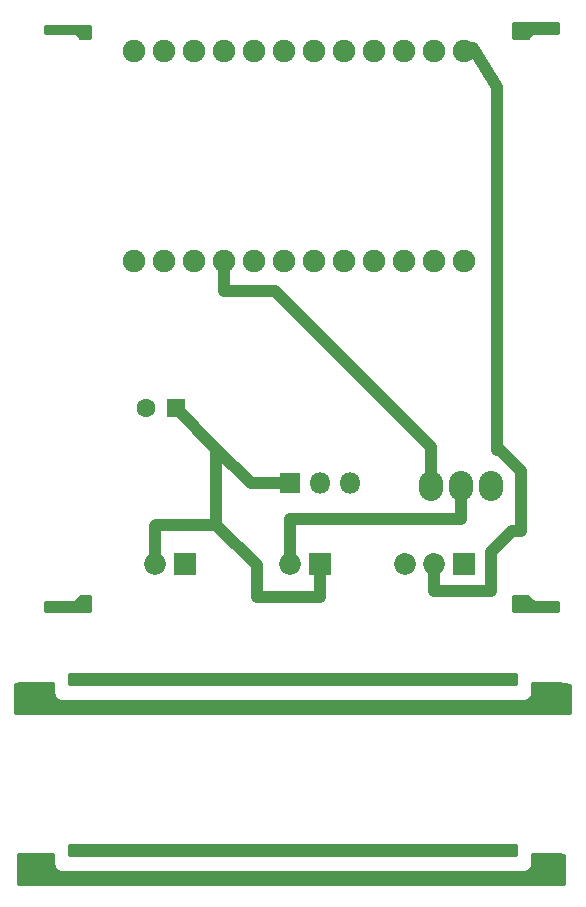
<source format=gbl>
G04 #@! TF.FileFunction,Copper,L2,Bot,Signal*
%FSLAX46Y46*%
G04 Gerber Fmt 4.6, Leading zero omitted, Abs format (unit mm)*
G04 Created by KiCad (PCBNEW 4.0.5) date 07/13/18 00:02:14*
%MOMM*%
%LPD*%
G01*
G04 APERTURE LIST*
%ADD10C,0.100000*%
%ADD11O,2.032000X2.540000*%
%ADD12R,1.850000X1.850000*%
%ADD13C,1.850000*%
%ADD14R,1.800000X1.800000*%
%ADD15O,1.800000X1.800000*%
%ADD16C,1.900000*%
%ADD17R,1.600000X1.600000*%
%ADD18C,1.600000*%
%ADD19C,1.000000*%
%ADD20C,0.254000*%
G04 APERTURE END LIST*
D10*
D11*
X194818000Y-90932000D03*
X197358000Y-90932000D03*
X192278000Y-90932000D03*
D12*
X182880000Y-97536000D03*
D13*
X180380000Y-97536000D03*
D12*
X195072000Y-97536000D03*
D13*
X192572000Y-97536000D03*
X190072000Y-97536000D03*
D14*
X180340000Y-90678000D03*
D15*
X182880000Y-90678000D03*
X185420000Y-90678000D03*
D16*
X195072000Y-54102000D03*
X192532000Y-54102000D03*
X189992000Y-54102000D03*
X187452000Y-54102000D03*
X184912000Y-54102000D03*
X182372000Y-54102000D03*
X179832000Y-54102000D03*
X177292000Y-54102000D03*
X174752000Y-54102000D03*
X172212000Y-54102000D03*
X169672000Y-54102000D03*
X167132000Y-54102000D03*
X195072000Y-71882000D03*
X192532000Y-71882000D03*
X189992000Y-71882000D03*
X187452000Y-71882000D03*
X184912000Y-71882000D03*
X182372000Y-71882000D03*
X179832000Y-71882000D03*
X177292000Y-71882000D03*
X174752000Y-71882000D03*
X172212000Y-71882000D03*
X169672000Y-71882000D03*
X167132000Y-71882000D03*
D17*
X170688000Y-84328000D03*
D18*
X168188000Y-84328000D03*
D12*
X171450000Y-97536000D03*
D13*
X168950000Y-97536000D03*
D19*
X180380000Y-97536000D02*
X180340000Y-97496000D01*
X180340000Y-97496000D02*
X180340000Y-93726000D01*
X180340000Y-93726000D02*
X194818000Y-93726000D01*
X194818000Y-93726000D02*
X194818000Y-90932000D01*
X174752000Y-71882000D02*
X174752000Y-74422000D01*
X175514000Y-74422000D02*
X175768000Y-74422000D01*
X175768000Y-74422000D02*
X179070000Y-74422000D01*
X179070000Y-74422000D02*
X192278000Y-87630000D01*
X192278000Y-87630000D02*
X192278000Y-90932000D01*
X174752000Y-74422000D02*
X175514000Y-74422000D01*
X199898000Y-89662000D02*
X199898000Y-94742000D01*
X197866000Y-57150000D02*
X197866000Y-87630000D01*
X197866000Y-87630000D02*
X197866000Y-87884000D01*
X197866000Y-87884000D02*
X198120000Y-87884000D01*
X198120000Y-87884000D02*
X198628000Y-88392000D01*
X198628000Y-88392000D02*
X199898000Y-89662000D01*
X195834000Y-53848000D02*
X197866000Y-57150000D01*
X192532000Y-99822000D02*
X192532000Y-97576000D01*
X197358000Y-99822000D02*
X192532000Y-99822000D01*
X197358000Y-96520000D02*
X197358000Y-99822000D01*
X199136000Y-94742000D02*
X197358000Y-96520000D01*
X199898000Y-94742000D02*
X199136000Y-94742000D01*
X192532000Y-97576000D02*
X192572000Y-97536000D01*
X169038000Y-94186000D02*
X172418000Y-94186000D01*
X168950000Y-94274000D02*
X169038000Y-94186000D01*
X168950000Y-97536000D02*
X168950000Y-94274000D01*
X172418000Y-94186000D02*
X174118000Y-94186000D01*
X174118000Y-87758000D02*
X177038000Y-90678000D01*
X177038000Y-90678000D02*
X180340000Y-90678000D01*
X174118000Y-94186000D02*
X177546000Y-97614000D01*
X182880000Y-100330000D02*
X182880000Y-97536000D01*
X177546000Y-100330000D02*
X182880000Y-100330000D01*
X177546000Y-97614000D02*
X177546000Y-100330000D01*
X182880000Y-97536000D02*
X183134000Y-97282000D01*
X170688000Y-84328000D02*
X174118000Y-87758000D01*
X174118000Y-87758000D02*
X174118000Y-94186000D01*
X168188000Y-84328000D02*
X168148000Y-84288000D01*
D20*
G36*
X200520931Y-100265738D02*
X200669420Y-100487968D01*
X200891650Y-100636457D01*
X201153788Y-100688600D01*
X203073000Y-100688600D01*
X203073000Y-101473000D01*
X199263000Y-101473000D01*
X199263000Y-100203000D01*
X200508452Y-100203000D01*
X200520931Y-100265738D01*
X200520931Y-100265738D01*
G37*
X200520931Y-100265738D02*
X200669420Y-100487968D01*
X200891650Y-100636457D01*
X201153788Y-100688600D01*
X203073000Y-100688600D01*
X203073000Y-101473000D01*
X199263000Y-101473000D01*
X199263000Y-100203000D01*
X200508452Y-100203000D01*
X200520931Y-100265738D01*
G36*
X163449000Y-101473000D02*
X159639000Y-101473000D01*
X159639000Y-100688600D01*
X161944138Y-100688600D01*
X162206276Y-100636457D01*
X162428506Y-100487968D01*
X162576995Y-100265738D01*
X162589474Y-100203000D01*
X163449000Y-100203000D01*
X163449000Y-101473000D01*
X163449000Y-101473000D01*
G37*
X163449000Y-101473000D02*
X159639000Y-101473000D01*
X159639000Y-100688600D01*
X161944138Y-100688600D01*
X162206276Y-100636457D01*
X162428506Y-100487968D01*
X162576995Y-100265738D01*
X162589474Y-100203000D01*
X163449000Y-100203000D01*
X163449000Y-101473000D01*
G36*
X163449000Y-52959000D02*
X162580484Y-52959000D01*
X162576995Y-52941461D01*
X162428506Y-52719231D01*
X162206276Y-52570742D01*
X161944138Y-52518599D01*
X161942870Y-52518599D01*
X159639000Y-52518601D01*
X159639000Y-51943000D01*
X163449000Y-51943000D01*
X163449000Y-52959000D01*
X163449000Y-52959000D01*
G37*
X163449000Y-52959000D02*
X162580484Y-52959000D01*
X162576995Y-52941461D01*
X162428506Y-52719231D01*
X162206276Y-52570742D01*
X161944138Y-52518599D01*
X161942870Y-52518599D01*
X159639000Y-52518601D01*
X159639000Y-51943000D01*
X163449000Y-51943000D01*
X163449000Y-52959000D01*
G36*
X203073000Y-52518575D02*
X201153788Y-52518576D01*
X200891650Y-52570719D01*
X200669420Y-52719208D01*
X200520931Y-52941438D01*
X200517438Y-52959000D01*
X199263000Y-52959000D01*
X199263000Y-51689000D01*
X203073000Y-51689000D01*
X203073000Y-52518575D01*
X203073000Y-52518575D01*
G37*
X203073000Y-52518575D02*
X201153788Y-52518576D01*
X200891650Y-52570719D01*
X200669420Y-52719208D01*
X200520931Y-52941438D01*
X200517438Y-52959000D01*
X199263000Y-52959000D01*
X199263000Y-51689000D01*
X203073000Y-51689000D01*
X203073000Y-52518575D01*
G36*
X160275002Y-108378000D02*
X160327145Y-108640138D01*
X160475634Y-108862368D01*
X160697864Y-109010857D01*
X160960002Y-109063000D01*
X200160003Y-109063000D01*
X200422141Y-109010857D01*
X200570907Y-108911454D01*
X200644370Y-108862368D01*
X200792859Y-108640138D01*
X200845002Y-108378000D01*
X200845002Y-108377999D01*
X200845001Y-107539000D01*
X203132535Y-107539000D01*
X204089000Y-107729253D01*
X204089000Y-110109000D01*
X157099000Y-110109000D01*
X157099000Y-107628206D01*
X157547467Y-107539000D01*
X160275002Y-107539000D01*
X160275002Y-108378000D01*
X160275002Y-108378000D01*
G37*
X160275002Y-108378000D02*
X160327145Y-108640138D01*
X160475634Y-108862368D01*
X160697864Y-109010857D01*
X160960002Y-109063000D01*
X200160003Y-109063000D01*
X200422141Y-109010857D01*
X200570907Y-108911454D01*
X200644370Y-108862368D01*
X200792859Y-108640138D01*
X200845002Y-108378000D01*
X200845002Y-108377999D01*
X200845001Y-107539000D01*
X203132535Y-107539000D01*
X204089000Y-107729253D01*
X204089000Y-110109000D01*
X157099000Y-110109000D01*
X157099000Y-107628206D01*
X157547467Y-107539000D01*
X160275002Y-107539000D01*
X160275002Y-108378000D01*
G36*
X199475000Y-106853999D02*
X199475000Y-106854001D01*
X199475001Y-107693000D01*
X161645002Y-107693000D01*
X161645002Y-106854000D01*
X161635653Y-106807000D01*
X199484349Y-106807000D01*
X199475000Y-106853999D01*
X199475000Y-106853999D01*
G37*
X199475000Y-106853999D02*
X199475000Y-106854001D01*
X199475001Y-107693000D01*
X161645002Y-107693000D01*
X161645002Y-106854000D01*
X161635653Y-106807000D01*
X199484349Y-106807000D01*
X199475000Y-106853999D01*
G36*
X160275002Y-122856000D02*
X160327145Y-123118138D01*
X160475634Y-123340368D01*
X160697864Y-123488857D01*
X160960002Y-123541000D01*
X200160003Y-123541000D01*
X200422141Y-123488857D01*
X200570907Y-123389454D01*
X200644370Y-123340368D01*
X200792859Y-123118138D01*
X200845002Y-122856000D01*
X200845002Y-122855999D01*
X200845001Y-122017000D01*
X203132535Y-122017000D01*
X203581000Y-122106205D01*
X203581000Y-124587000D01*
X157353000Y-124587000D01*
X157353000Y-122055682D01*
X157547467Y-122017000D01*
X160275002Y-122017000D01*
X160275002Y-122856000D01*
X160275002Y-122856000D01*
G37*
X160275002Y-122856000D02*
X160327145Y-123118138D01*
X160475634Y-123340368D01*
X160697864Y-123488857D01*
X160960002Y-123541000D01*
X200160003Y-123541000D01*
X200422141Y-123488857D01*
X200570907Y-123389454D01*
X200644370Y-123340368D01*
X200792859Y-123118138D01*
X200845002Y-122856000D01*
X200845002Y-122855999D01*
X200845001Y-122017000D01*
X203132535Y-122017000D01*
X203581000Y-122106205D01*
X203581000Y-124587000D01*
X157353000Y-124587000D01*
X157353000Y-122055682D01*
X157547467Y-122017000D01*
X160275002Y-122017000D01*
X160275002Y-122856000D01*
G36*
X199475000Y-121331999D02*
X199475000Y-121332001D01*
X199475001Y-122171000D01*
X161645002Y-122171000D01*
X161645002Y-121332000D01*
X161635653Y-121285000D01*
X199484349Y-121285000D01*
X199475000Y-121331999D01*
X199475000Y-121331999D01*
G37*
X199475000Y-121331999D02*
X199475000Y-121332001D01*
X199475001Y-122171000D01*
X161645002Y-122171000D01*
X161645002Y-121332000D01*
X161635653Y-121285000D01*
X199484349Y-121285000D01*
X199475000Y-121331999D01*
M02*

</source>
